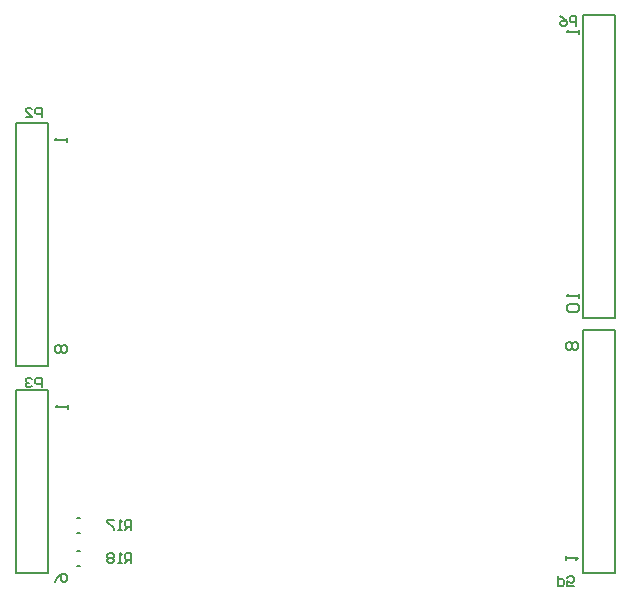
<source format=gbo>
G04*
G04 #@! TF.GenerationSoftware,Altium Limited,Altium Designer,20.0.9 (164)*
G04*
G04 Layer_Color=32896*
%FSLAX25Y25*%
%MOIN*%
G70*
G01*
G75*
%ADD11C,0.00787*%
%ADD15C,0.00600*%
D11*
X88205Y-34591D02*
X98795D01*
X88205D02*
Y66590D01*
X98795D01*
Y-34591D02*
Y66590D01*
X-90205Y-50591D02*
Y30591D01*
X-100795D02*
X-90205D01*
X-100795Y-50591D02*
Y30591D01*
Y-50591D02*
X-90205D01*
Y-119591D02*
Y-58410D01*
X-100795D02*
X-90205D01*
X-100795Y-119591D02*
Y-58410D01*
Y-119591D02*
X-90205D01*
X88205D02*
Y-38409D01*
Y-119591D02*
X98795D01*
Y-38409D01*
X88205D02*
X98795D01*
X-80425Y-112080D02*
X-79638D01*
X-80425Y-117001D02*
X-79638D01*
X-80425Y-101039D02*
X-79638D01*
X-80425Y-105961D02*
X-79638D01*
D15*
X85866Y63001D02*
Y66199D01*
X84266D01*
X83733Y65666D01*
Y64600D01*
X84266Y64067D01*
X85866D01*
X80534Y66199D02*
X81600Y65666D01*
X82667Y64600D01*
Y63534D01*
X82134Y63001D01*
X81067D01*
X80534Y63534D01*
Y64067D01*
X81067Y64600D01*
X82667D01*
X86807Y61472D02*
Y60140D01*
Y60806D01*
X82808D01*
X83475Y61472D01*
X86807Y-26520D02*
Y-27853D01*
Y-27186D01*
X82808D01*
X83475Y-26520D01*
Y-29852D02*
X82808Y-30518D01*
Y-31851D01*
X83475Y-32518D01*
X86141D01*
X86807Y-31851D01*
Y-30518D01*
X86141Y-29852D01*
X83475D01*
X-92334Y32401D02*
Y35599D01*
X-93934D01*
X-94467Y35066D01*
Y34000D01*
X-93934Y33467D01*
X-92334D01*
X-97666Y32401D02*
X-95533D01*
X-97666Y34533D01*
Y35066D01*
X-97133Y35599D01*
X-96066D01*
X-95533Y35066D01*
X-84000Y25500D02*
Y24167D01*
Y24834D01*
X-87999D01*
X-87332Y25500D01*
Y-43500D02*
X-87999Y-44166D01*
Y-45499D01*
X-87332Y-46166D01*
X-86666D01*
X-85999Y-45499D01*
X-85333Y-46166D01*
X-84666D01*
X-84000Y-45499D01*
Y-44166D01*
X-84666Y-43500D01*
X-85333D01*
X-85999Y-44166D01*
X-86666Y-43500D01*
X-87332D01*
X-85999Y-44166D02*
Y-45499D01*
X-92334Y-57600D02*
Y-54400D01*
X-93934D01*
X-94467Y-54934D01*
Y-56000D01*
X-93934Y-56533D01*
X-92334D01*
X-95533Y-54934D02*
X-96066Y-54400D01*
X-97133D01*
X-97666Y-54934D01*
Y-55467D01*
X-97133Y-56000D01*
X-96600D01*
X-97133D01*
X-97666Y-56533D01*
Y-57066D01*
X-97133Y-57600D01*
X-96066D01*
X-95533Y-57066D01*
X-83700Y-63600D02*
Y-64933D01*
Y-64266D01*
X-87699D01*
X-87032Y-63600D01*
X-87899Y-122466D02*
X-87232Y-121133D01*
X-85899Y-119800D01*
X-84566D01*
X-83900Y-120466D01*
Y-121799D01*
X-84566Y-122466D01*
X-85233D01*
X-85899Y-121799D01*
Y-119800D01*
X79734Y-120501D02*
Y-123699D01*
X81334D01*
X81867Y-123166D01*
Y-122100D01*
X81334Y-121567D01*
X79734D01*
X85066Y-123699D02*
X82933D01*
Y-122100D01*
X84000Y-122633D01*
X84533D01*
X85066Y-122100D01*
Y-121034D01*
X84533Y-120501D01*
X83466D01*
X82933Y-121034D01*
X82400Y-115100D02*
Y-113767D01*
Y-114434D01*
X86399D01*
X85732Y-115100D01*
X85932Y-45100D02*
X86599Y-44434D01*
Y-43101D01*
X85932Y-42434D01*
X85266D01*
X84599Y-43101D01*
X83933Y-42434D01*
X83266D01*
X82600Y-43101D01*
Y-44434D01*
X83266Y-45100D01*
X83933D01*
X84599Y-44434D01*
X85266Y-45100D01*
X85932D01*
X84599Y-44434D02*
Y-43101D01*
X-62501Y-116100D02*
Y-112900D01*
X-64101D01*
X-64634Y-113434D01*
Y-114500D01*
X-64101Y-115033D01*
X-62501D01*
X-63568D02*
X-64634Y-116100D01*
X-65700D02*
X-66767D01*
X-66233D01*
Y-112900D01*
X-65700Y-113434D01*
X-68366D02*
X-68899Y-112900D01*
X-69965D01*
X-70499Y-113434D01*
Y-113967D01*
X-69965Y-114500D01*
X-70499Y-115033D01*
Y-115566D01*
X-69965Y-116100D01*
X-68899D01*
X-68366Y-115566D01*
Y-115033D01*
X-68899Y-114500D01*
X-68366Y-113967D01*
Y-113434D01*
X-68899Y-114500D02*
X-69965D01*
X-62501Y-105099D02*
Y-101900D01*
X-64101D01*
X-64634Y-102434D01*
Y-103500D01*
X-64101Y-104033D01*
X-62501D01*
X-63568D02*
X-64634Y-105099D01*
X-65700D02*
X-66767D01*
X-66233D01*
Y-101900D01*
X-65700Y-102434D01*
X-68366Y-101900D02*
X-70499D01*
Y-102434D01*
X-68366Y-104566D01*
Y-105099D01*
M02*

</source>
